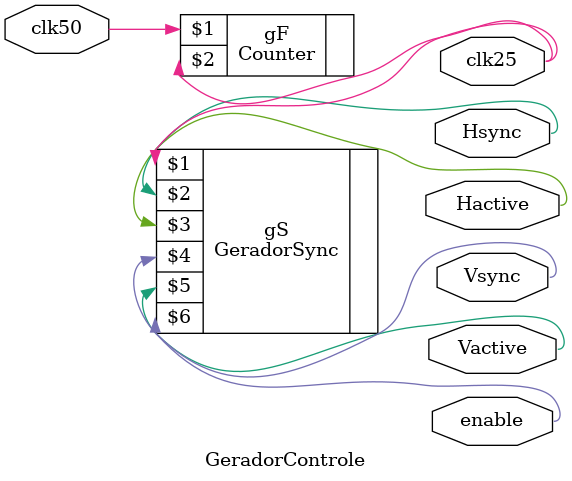
<source format=v>
module GeradorControle (
    input wire clk50,
    output wire clk25,
    output wire Hsync, Hactive,
    output wire Vsync, Vactive,
    output wire enable
);

    Counter gF(clk50,clk25);
    GeradorSync gS(clk25, Hsync, Hactive, Vsync, Vactive, enable); 
endmodule
</source>
